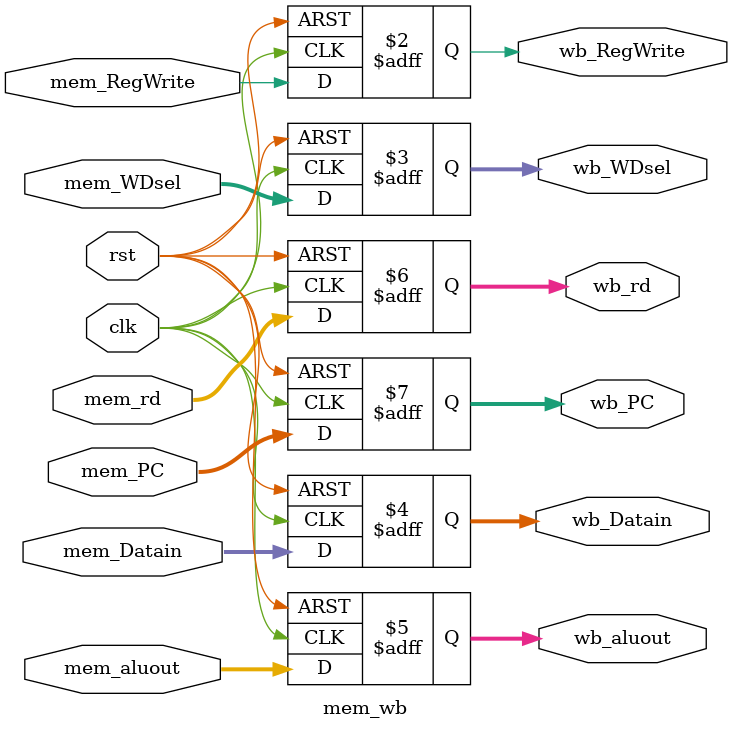
<source format=v>
module mem_wb(
    input clk,
    input rst,
    input [31:0] mem_PC,
    input mem_RegWrite,
    input [1:0]mem_WDsel,
    input [31:0] mem_Datain,
    input [31:0] mem_aluout,
    input [4:0] mem_rd,
    output reg wb_RegWrite,
    output reg [1:0] wb_WDsel,
    output reg [31:0] wb_Datain,
    output reg [31:0] wb_aluout,
    output reg [4:0] wb_rd,
    output reg [31:0] wb_PC
);
always @(posedge clk or posedge rst) begin
    if (rst) begin
        wb_RegWrite <= 1'b0;
        wb_WDsel <= 2'b00;
        wb_Datain <= 32'b0;
        wb_aluout <= 32'b0;
        wb_rd <= 5'b0;
        wb_PC <= 32'b0;
    end else begin
        wb_RegWrite <= mem_RegWrite;
        wb_WDsel <= mem_WDsel;
        wb_Datain <= mem_Datain;
        wb_aluout <= mem_aluout;
        wb_rd <= mem_rd;
        wb_PC <= mem_PC;
    end
end
endmodule
</source>
